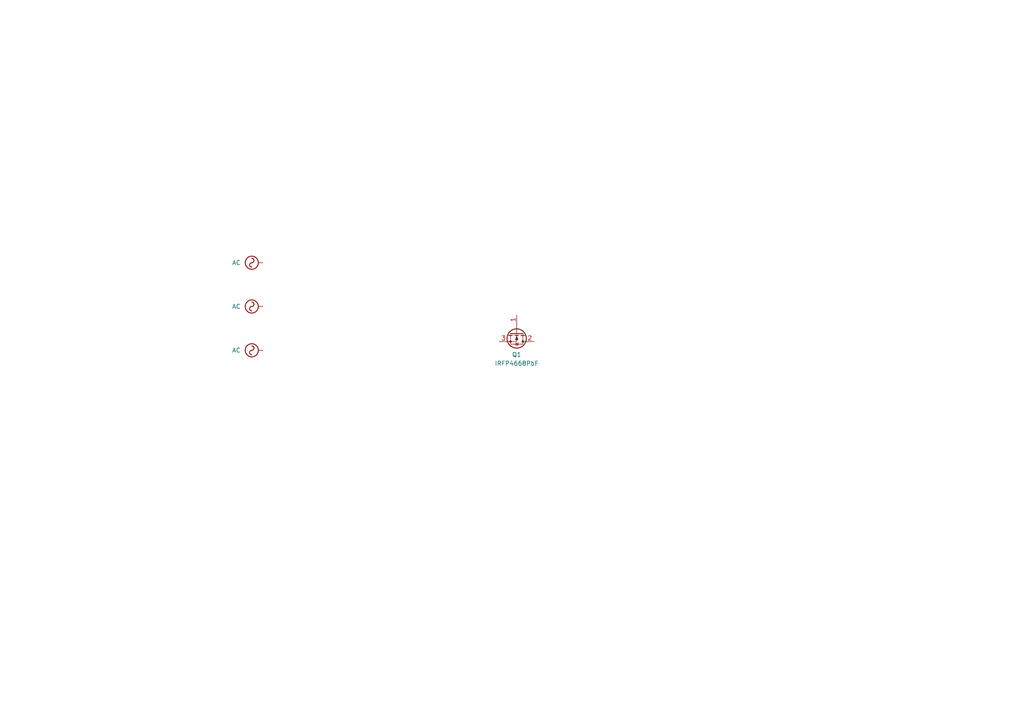
<source format=kicad_sch>
(kicad_sch
	(version 20231120)
	(generator "eeschema")
	(generator_version "8.0")
	(uuid "9cfac335-0130-44a0-aeb9-f1ddfe6230bd")
	(paper "A4")
	(lib_symbols
		(symbol "Transistor_FET:IRFP4668PbF"
			(pin_names hide)
			(exclude_from_sim no)
			(in_bom yes)
			(on_board yes)
			(property "Reference" "Q"
				(at 5.08 1.905 0)
				(effects
					(font
						(size 1.27 1.27)
					)
					(justify left)
				)
			)
			(property "Value" "IRFP4668PbF"
				(at 5.08 0 0)
				(effects
					(font
						(size 1.27 1.27)
					)
					(justify left)
				)
			)
			(property "Footprint" "Package_TO_SOT_THT:TO-247-3_Vertical"
				(at 5.08 -1.905 0)
				(effects
					(font
						(size 1.27 1.27)
						(italic yes)
					)
					(justify left)
					(hide yes)
				)
			)
			(property "Datasheet" "https://www.infineon.com/dgdl/irfp4668pbf.pdf?fileId=5546d462533600a40153562c8528201d"
				(at 5.08 -3.81 0)
				(effects
					(font
						(size 1.27 1.27)
					)
					(justify left)
					(hide yes)
				)
			)
			(property "Description" "130A Id, 200V Vds, N-Channel Power MOSFET, TO-247"
				(at 0 0 0)
				(effects
					(font
						(size 1.27 1.27)
					)
					(hide yes)
				)
			)
			(property "ki_keywords" "N-Channel Power MOSFET"
				(at 0 0 0)
				(effects
					(font
						(size 1.27 1.27)
					)
					(hide yes)
				)
			)
			(property "ki_fp_filters" "TO?247*"
				(at 0 0 0)
				(effects
					(font
						(size 1.27 1.27)
					)
					(hide yes)
				)
			)
			(symbol "IRFP4668PbF_0_1"
				(polyline
					(pts
						(xy 0.254 0) (xy -2.54 0)
					)
					(stroke
						(width 0)
						(type default)
					)
					(fill
						(type none)
					)
				)
				(polyline
					(pts
						(xy 0.254 1.905) (xy 0.254 -1.905)
					)
					(stroke
						(width 0.254)
						(type default)
					)
					(fill
						(type none)
					)
				)
				(polyline
					(pts
						(xy 0.762 -1.27) (xy 0.762 -2.286)
					)
					(stroke
						(width 0.254)
						(type default)
					)
					(fill
						(type none)
					)
				)
				(polyline
					(pts
						(xy 0.762 0.508) (xy 0.762 -0.508)
					)
					(stroke
						(width 0.254)
						(type default)
					)
					(fill
						(type none)
					)
				)
				(polyline
					(pts
						(xy 0.762 2.286) (xy 0.762 1.27)
					)
					(stroke
						(width 0.254)
						(type default)
					)
					(fill
						(type none)
					)
				)
				(polyline
					(pts
						(xy 2.54 2.54) (xy 2.54 1.778)
					)
					(stroke
						(width 0)
						(type default)
					)
					(fill
						(type none)
					)
				)
				(polyline
					(pts
						(xy 2.54 -2.54) (xy 2.54 0) (xy 0.762 0)
					)
					(stroke
						(width 0)
						(type default)
					)
					(fill
						(type none)
					)
				)
				(polyline
					(pts
						(xy 0.762 -1.778) (xy 3.302 -1.778) (xy 3.302 1.778) (xy 0.762 1.778)
					)
					(stroke
						(width 0)
						(type default)
					)
					(fill
						(type none)
					)
				)
				(polyline
					(pts
						(xy 1.016 0) (xy 2.032 0.381) (xy 2.032 -0.381) (xy 1.016 0)
					)
					(stroke
						(width 0)
						(type default)
					)
					(fill
						(type outline)
					)
				)
				(polyline
					(pts
						(xy 2.794 0.508) (xy 2.921 0.381) (xy 3.683 0.381) (xy 3.81 0.254)
					)
					(stroke
						(width 0)
						(type default)
					)
					(fill
						(type none)
					)
				)
				(polyline
					(pts
						(xy 3.302 0.381) (xy 2.921 -0.254) (xy 3.683 -0.254) (xy 3.302 0.381)
					)
					(stroke
						(width 0)
						(type default)
					)
					(fill
						(type none)
					)
				)
				(circle
					(center 1.651 0)
					(radius 2.794)
					(stroke
						(width 0.254)
						(type default)
					)
					(fill
						(type none)
					)
				)
				(circle
					(center 2.54 -1.778)
					(radius 0.254)
					(stroke
						(width 0)
						(type default)
					)
					(fill
						(type outline)
					)
				)
				(circle
					(center 2.54 1.778)
					(radius 0.254)
					(stroke
						(width 0)
						(type default)
					)
					(fill
						(type outline)
					)
				)
			)
			(symbol "IRFP4668PbF_1_1"
				(pin input line
					(at -5.08 0 0)
					(length 2.54)
					(name "G"
						(effects
							(font
								(size 1.27 1.27)
							)
						)
					)
					(number "1"
						(effects
							(font
								(size 1.27 1.27)
							)
						)
					)
				)
				(pin passive line
					(at 2.54 5.08 270)
					(length 2.54)
					(name "D"
						(effects
							(font
								(size 1.27 1.27)
							)
						)
					)
					(number "2"
						(effects
							(font
								(size 1.27 1.27)
							)
						)
					)
				)
				(pin passive line
					(at 2.54 -5.08 90)
					(length 2.54)
					(name "S"
						(effects
							(font
								(size 1.27 1.27)
							)
						)
					)
					(number "3"
						(effects
							(font
								(size 1.27 1.27)
							)
						)
					)
				)
			)
		)
		(symbol "power:AC"
			(power)
			(pin_numbers hide)
			(pin_names
				(offset 0) hide)
			(exclude_from_sim no)
			(in_bom yes)
			(on_board yes)
			(property "Reference" "#PWR"
				(at 0 -2.54 0)
				(effects
					(font
						(size 1.27 1.27)
					)
					(hide yes)
				)
			)
			(property "Value" "AC"
				(at 0 6.35 0)
				(effects
					(font
						(size 1.27 1.27)
					)
				)
			)
			(property "Footprint" ""
				(at 0 0 0)
				(effects
					(font
						(size 1.27 1.27)
					)
					(hide yes)
				)
			)
			(property "Datasheet" ""
				(at 0 0 0)
				(effects
					(font
						(size 1.27 1.27)
					)
					(hide yes)
				)
			)
			(property "Description" "Power symbol creates a global label with name \"AC\""
				(at 0 0 0)
				(effects
					(font
						(size 1.27 1.27)
					)
					(hide yes)
				)
			)
			(property "ki_keywords" "global power"
				(at 0 0 0)
				(effects
					(font
						(size 1.27 1.27)
					)
					(hide yes)
				)
			)
			(symbol "AC_0_1"
				(polyline
					(pts
						(xy 0 0) (xy 0 1.27)
					)
					(stroke
						(width 0)
						(type default)
					)
					(fill
						(type none)
					)
				)
				(arc
					(start 0 3.175)
					(mid -0.635 3.8073)
					(end -1.27 3.175)
					(stroke
						(width 0.254)
						(type default)
					)
					(fill
						(type none)
					)
				)
				(arc
					(start 0 3.175)
					(mid 0.635 2.5427)
					(end 1.27 3.175)
					(stroke
						(width 0.254)
						(type default)
					)
					(fill
						(type none)
					)
				)
				(circle
					(center 0 3.175)
					(radius 1.905)
					(stroke
						(width 0.254)
						(type default)
					)
					(fill
						(type none)
					)
				)
			)
			(symbol "AC_1_1"
				(pin power_in line
					(at 0 0 90)
					(length 0)
					(name "~"
						(effects
							(font
								(size 1.27 1.27)
							)
						)
					)
					(number "1"
						(effects
							(font
								(size 1.27 1.27)
							)
						)
					)
				)
			)
		)
	)
	(symbol
		(lib_id "Transistor_FET:IRFP4668PbF")
		(at 149.86 96.52 270)
		(unit 1)
		(exclude_from_sim no)
		(in_bom yes)
		(on_board yes)
		(dnp no)
		(fields_autoplaced yes)
		(uuid "15efbc06-c2d5-4a21-8aca-ab952c96a660")
		(property "Reference" "Q1"
			(at 149.86 102.87 90)
			(effects
				(font
					(size 1.27 1.27)
				)
			)
		)
		(property "Value" "IRFP4668PbF"
			(at 149.86 105.41 90)
			(effects
				(font
					(size 1.27 1.27)
				)
			)
		)
		(property "Footprint" "Package_TO_SOT_THT:TO-247-3_Vertical"
			(at 147.955 101.6 0)
			(effects
				(font
					(size 1.27 1.27)
					(italic yes)
				)
				(justify left)
				(hide yes)
			)
		)
		(property "Datasheet" "https://www.infineon.com/dgdl/irfp4668pbf.pdf?fileId=5546d462533600a40153562c8528201d"
			(at 146.05 101.6 0)
			(effects
				(font
					(size 1.27 1.27)
				)
				(justify left)
				(hide yes)
			)
		)
		(property "Description" "130A Id, 200V Vds, N-Channel Power MOSFET, TO-247"
			(at 149.86 96.52 0)
			(effects
				(font
					(size 1.27 1.27)
				)
				(hide yes)
			)
		)
		(pin "1"
			(uuid "fa177486-e6f8-4c4c-aab8-7c7e922f2ead")
		)
		(pin "3"
			(uuid "072677da-41e2-44d5-a9c7-8f9f845e93ab")
		)
		(pin "2"
			(uuid "f45817fa-4193-46a0-be19-f839454eba39")
		)
		(instances
			(project ""
				(path "/9cfac335-0130-44a0-aeb9-f1ddfe6230bd"
					(reference "Q1")
					(unit 1)
				)
			)
		)
	)
	(symbol
		(lib_id "power:AC")
		(at 76.2 88.9 90)
		(unit 1)
		(exclude_from_sim no)
		(in_bom yes)
		(on_board yes)
		(dnp no)
		(fields_autoplaced yes)
		(uuid "321d2115-e90b-4088-9387-611e715f8ee0")
		(property "Reference" "#PWR02"
			(at 78.74 88.9 0)
			(effects
				(font
					(size 1.27 1.27)
				)
				(hide yes)
			)
		)
		(property "Value" "AC"
			(at 69.85 88.8999 90)
			(effects
				(font
					(size 1.27 1.27)
				)
				(justify left)
			)
		)
		(property "Footprint" ""
			(at 76.2 88.9 0)
			(effects
				(font
					(size 1.27 1.27)
				)
				(hide yes)
			)
		)
		(property "Datasheet" ""
			(at 76.2 88.9 0)
			(effects
				(font
					(size 1.27 1.27)
				)
				(hide yes)
			)
		)
		(property "Description" "Power symbol creates a global label with name \"AC\""
			(at 76.2 88.9 0)
			(effects
				(font
					(size 1.27 1.27)
				)
				(hide yes)
			)
		)
		(pin "1"
			(uuid "4cdbb881-7e08-4573-9699-ffe8cf521d0b")
		)
		(instances
			(project "EE463_v02"
				(path "/9cfac335-0130-44a0-aeb9-f1ddfe6230bd"
					(reference "#PWR02")
					(unit 1)
				)
			)
		)
	)
	(symbol
		(lib_id "power:AC")
		(at 76.2 101.6 90)
		(unit 1)
		(exclude_from_sim no)
		(in_bom yes)
		(on_board yes)
		(dnp no)
		(fields_autoplaced yes)
		(uuid "55307113-8613-483e-8753-9443d3cd4372")
		(property "Reference" "#PWR03"
			(at 78.74 101.6 0)
			(effects
				(font
					(size 1.27 1.27)
				)
				(hide yes)
			)
		)
		(property "Value" "AC"
			(at 69.85 101.5999 90)
			(effects
				(font
					(size 1.27 1.27)
				)
				(justify left)
			)
		)
		(property "Footprint" ""
			(at 76.2 101.6 0)
			(effects
				(font
					(size 1.27 1.27)
				)
				(hide yes)
			)
		)
		(property "Datasheet" ""
			(at 76.2 101.6 0)
			(effects
				(font
					(size 1.27 1.27)
				)
				(hide yes)
			)
		)
		(property "Description" "Power symbol creates a global label with name \"AC\""
			(at 76.2 101.6 0)
			(effects
				(font
					(size 1.27 1.27)
				)
				(hide yes)
			)
		)
		(pin "1"
			(uuid "bfb3b427-2dd0-4ae3-97f5-56c374a9bf78")
		)
		(instances
			(project "EE463_v02"
				(path "/9cfac335-0130-44a0-aeb9-f1ddfe6230bd"
					(reference "#PWR03")
					(unit 1)
				)
			)
		)
	)
	(symbol
		(lib_id "power:AC")
		(at 76.2 76.2 90)
		(unit 1)
		(exclude_from_sim no)
		(in_bom yes)
		(on_board yes)
		(dnp no)
		(fields_autoplaced yes)
		(uuid "e5b4980c-d3eb-41da-ae10-e8b4cc6ca746")
		(property "Reference" "#PWR01"
			(at 78.74 76.2 0)
			(effects
				(font
					(size 1.27 1.27)
				)
				(hide yes)
			)
		)
		(property "Value" "AC"
			(at 69.85 76.1999 90)
			(effects
				(font
					(size 1.27 1.27)
				)
				(justify left)
			)
		)
		(property "Footprint" ""
			(at 76.2 76.2 0)
			(effects
				(font
					(size 1.27 1.27)
				)
				(hide yes)
			)
		)
		(property "Datasheet" ""
			(at 76.2 76.2 0)
			(effects
				(font
					(size 1.27 1.27)
				)
				(hide yes)
			)
		)
		(property "Description" "Power symbol creates a global label with name \"AC\""
			(at 76.2 76.2 0)
			(effects
				(font
					(size 1.27 1.27)
				)
				(hide yes)
			)
		)
		(pin "1"
			(uuid "b189d93e-6a2c-4e48-9405-f7d479db7675")
		)
		(instances
			(project ""
				(path "/9cfac335-0130-44a0-aeb9-f1ddfe6230bd"
					(reference "#PWR01")
					(unit 1)
				)
			)
		)
	)
	(sheet_instances
		(path "/"
			(page "1")
		)
	)
)

</source>
